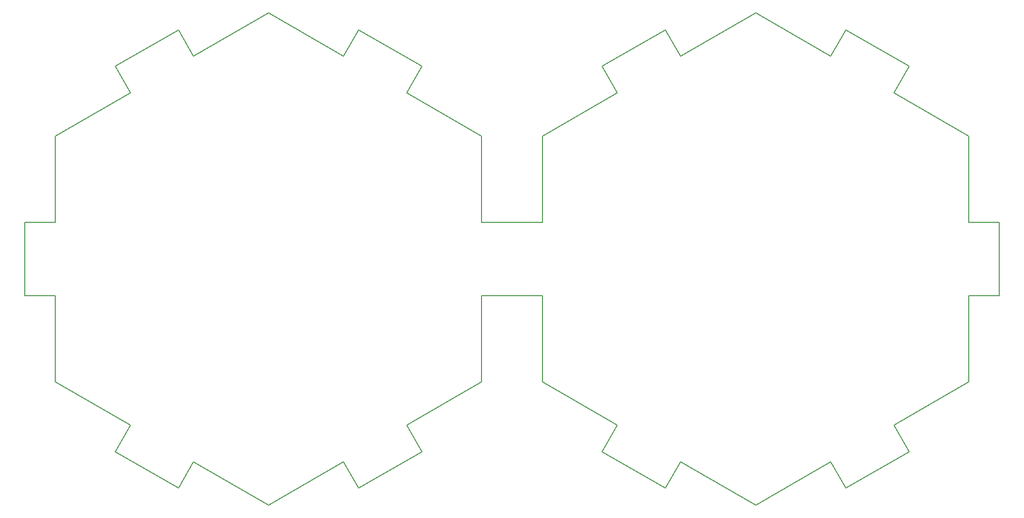
<source format=gbr>
%TF.GenerationSoftware,KiCad,Pcbnew,(5.1.9)-1*%
%TF.CreationDate,2021-06-09T00:59:49-05:00*%
%TF.ProjectId,neopixel_hexigons,6e656f70-6978-4656-9c5f-68657869676f,rev?*%
%TF.SameCoordinates,Original*%
%TF.FileFunction,Profile,NP*%
%FSLAX46Y46*%
G04 Gerber Fmt 4.6, Leading zero omitted, Abs format (unit mm)*
G04 Created by KiCad (PCBNEW (5.1.9)-1) date 2021-06-09 00:59:49*
%MOMM*%
%LPD*%
G01*
G04 APERTURE LIST*
%TA.AperFunction,Profile*%
%ADD10C,0.200000*%
%TD*%
G04 APERTURE END LIST*
D10*
X174975270Y-56949201D02*
X163716940Y-63449200D01*
X218276540Y-63449201D02*
X207018210Y-56949201D01*
X190996740Y-53934583D02*
X177675270Y-61625738D01*
X204318210Y-61625738D02*
X190996740Y-53934583D01*
X166416940Y-68125738D02*
X153095470Y-75816892D01*
X207018210Y-56949201D02*
X204318210Y-61625738D01*
X215576540Y-68125738D02*
X218276540Y-63449201D01*
X228898010Y-75816892D02*
X215576540Y-68125738D01*
X163716940Y-63449200D02*
X166416940Y-68125738D01*
X177675270Y-61625738D02*
X174975270Y-56949201D01*
X131674000Y-131949200D02*
X128974000Y-127272662D01*
X120415669Y-138449199D02*
X131674000Y-131949200D01*
X117715669Y-133772662D02*
X120415669Y-138449199D01*
X88372731Y-138449200D02*
X91072731Y-133772662D01*
X77114400Y-131949200D02*
X88372731Y-138449200D01*
X79814400Y-127272662D02*
X77114400Y-131949200D01*
X61092930Y-104199199D02*
X66492930Y-104199199D01*
X61092930Y-91199201D02*
X61092930Y-104199199D01*
X66492930Y-91199201D02*
X61092930Y-91199201D01*
X120415669Y-56949200D02*
X117715669Y-61625738D01*
X77114400Y-63449200D02*
X79814400Y-68125738D01*
X88372731Y-56949201D02*
X77114400Y-63449200D01*
X91072731Y-61625738D02*
X88372731Y-56949201D01*
X131674000Y-63449200D02*
X120415669Y-56949200D01*
X128974000Y-68125738D02*
X131674000Y-63449200D01*
X153095470Y-91199201D02*
X142295470Y-91199201D01*
X153095470Y-75816892D02*
X153095470Y-91199201D01*
X228898010Y-91199201D02*
X228898010Y-75816892D01*
X234298010Y-91199201D02*
X228898010Y-91199201D01*
X234298010Y-104199200D02*
X234298010Y-91199201D01*
X228898010Y-104199200D02*
X234298010Y-104199200D01*
X228898010Y-119581508D02*
X228898010Y-104199200D01*
X215576540Y-127272662D02*
X228898010Y-119581508D01*
X218276540Y-131949200D02*
X215576540Y-127272662D01*
X207018210Y-138449200D02*
X218276540Y-131949200D01*
X204318210Y-133772662D02*
X207018210Y-138449200D01*
X190996740Y-141463817D02*
X204318210Y-133772662D01*
X177675270Y-133772662D02*
X190996740Y-141463817D01*
X174975270Y-138449200D02*
X177675270Y-133772662D01*
X163716940Y-131949200D02*
X174975270Y-138449200D01*
X166416940Y-127272662D02*
X163716940Y-131949200D01*
X153095470Y-119581508D02*
X166416940Y-127272662D01*
X153095470Y-104199199D02*
X153095470Y-119581508D01*
X142295470Y-104199199D02*
X153095470Y-104199199D01*
X66492930Y-104199199D02*
X66492930Y-119581508D01*
X79814400Y-127272662D02*
X66492930Y-119581508D01*
X104394200Y-141463817D02*
X91072731Y-133772662D01*
X117715669Y-133772662D02*
X104394200Y-141463817D01*
X142295470Y-119581508D02*
X128974000Y-127272662D01*
X142295470Y-104199199D02*
X142295470Y-119581508D01*
X142295470Y-75816892D02*
X142295470Y-91199201D01*
X66492930Y-91199201D02*
X66492930Y-75816892D01*
X128974000Y-68125738D02*
X142295470Y-75816892D01*
X104394200Y-53934583D02*
X117715669Y-61625738D01*
X91072731Y-61625738D02*
X104394200Y-53934583D01*
X66492930Y-75816892D02*
X79814400Y-68125738D01*
M02*

</source>
